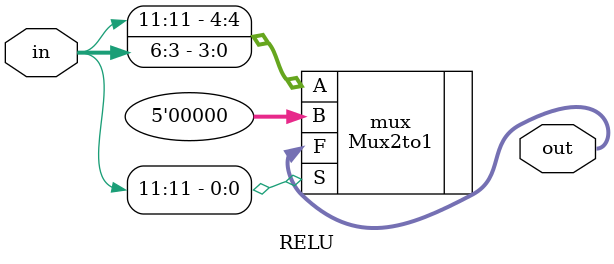
<source format=v>
module RELU(in, out);

    input[11:0] in;
    output[4:0] out;

    Mux2to1 #(5) mux(.A({in[11],in[6:3]}),.B(5'b00000),.S(in[11]),.F(out));

endmodule

</source>
